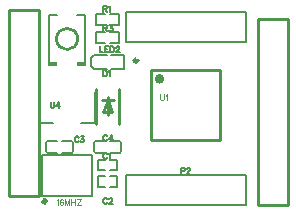
<source format=gto>
G04 Layer: TopSilkscreenLayer*
G04 EasyEDA v6.5.28, 2023-08-24 20:05:08*
G04 9c66aa1ce33b43c093e5003b3976a485,a91715704fb945b483ebfb4622a18937,10*
G04 Gerber Generator version 0.2*
G04 Scale: 100 percent, Rotated: No, Reflected: No *
G04 Dimensions in inches *
G04 leading zeros omitted , absolute positions ,3 integer and 6 decimal *
%FSLAX36Y36*%
%MOIN*%

%ADD10C,0.0040*%
%ADD11C,0.0060*%
%ADD12C,0.0039*%
%ADD13C,0.0080*%
%ADD14C,0.0100*%
%ADD15C,0.0059*%
%ADD16C,0.0079*%
%ADD17C,0.0118*%
%ADD18C,0.0157*%
%ADD19C,0.0168*%

%LPD*%
D10*
X655000Y2876500D02*
G01*
X656799Y2877500D01*
X659499Y2880200D01*
X659499Y2861100D01*
X676500Y2877500D02*
G01*
X675500Y2879299D01*
X672800Y2880200D01*
X670999Y2880200D01*
X668299Y2879299D01*
X666500Y2876500D01*
X665500Y2871999D01*
X665500Y2867500D01*
X666500Y2863800D01*
X668299Y2861999D01*
X670999Y2861100D01*
X671900Y2861100D01*
X674600Y2861999D01*
X676500Y2863800D01*
X677399Y2866500D01*
X677399Y2867500D01*
X676500Y2870200D01*
X674600Y2871999D01*
X671900Y2872899D01*
X670999Y2872899D01*
X668299Y2871999D01*
X666500Y2870200D01*
X665500Y2867500D01*
X683400Y2880200D02*
G01*
X683400Y2861100D01*
X683400Y2880200D02*
G01*
X690599Y2861100D01*
X697899Y2880200D02*
G01*
X690599Y2861100D01*
X697899Y2880200D02*
G01*
X697899Y2861100D01*
X703899Y2880200D02*
G01*
X703899Y2861100D01*
X716599Y2880200D02*
G01*
X716599Y2861100D01*
X703899Y2871100D02*
G01*
X716599Y2871100D01*
X735399Y2880200D02*
G01*
X722600Y2861100D01*
X722600Y2880200D02*
G01*
X735399Y2880200D01*
X722600Y2861100D02*
G01*
X735399Y2861100D01*
D11*
X823450Y3030399D02*
G01*
X822550Y3032199D01*
X820749Y3034000D01*
X818950Y3034899D01*
X815349Y3034899D01*
X813549Y3034000D01*
X811750Y3032199D01*
X810850Y3030399D01*
X810050Y3027700D01*
X810050Y3023200D01*
X810850Y3020500D01*
X811750Y3018800D01*
X813549Y3016999D01*
X815349Y3016100D01*
X818950Y3016100D01*
X820749Y3016999D01*
X822550Y3018800D01*
X823450Y3020500D01*
X829350Y3031300D02*
G01*
X831149Y3032199D01*
X833850Y3034899D01*
X833850Y3016100D01*
X823400Y2880399D02*
G01*
X822500Y2882199D01*
X820699Y2884000D01*
X818900Y2884899D01*
X815399Y2884899D01*
X813599Y2884000D01*
X811800Y2882199D01*
X810900Y2880399D01*
X810000Y2877700D01*
X810000Y2873200D01*
X810900Y2870500D01*
X811800Y2868800D01*
X813599Y2866999D01*
X815399Y2866100D01*
X818900Y2866100D01*
X820699Y2866999D01*
X822500Y2868800D01*
X823400Y2870500D01*
X830200Y2880399D02*
G01*
X830200Y2881300D01*
X831099Y2883099D01*
X831999Y2884000D01*
X833800Y2884899D01*
X837399Y2884899D01*
X839200Y2884000D01*
X840100Y2883099D01*
X841000Y2881300D01*
X841000Y2879499D01*
X840100Y2877700D01*
X838299Y2875000D01*
X829300Y2866100D01*
X841899Y2866100D01*
X728395Y3085399D02*
G01*
X727496Y3087199D01*
X725695Y3089000D01*
X723895Y3089899D01*
X720396Y3089899D01*
X718595Y3089000D01*
X716795Y3087199D01*
X715895Y3085399D01*
X714996Y3082700D01*
X714996Y3078200D01*
X715895Y3075500D01*
X716795Y3073800D01*
X718595Y3071999D01*
X720396Y3071100D01*
X723895Y3071100D01*
X725695Y3071999D01*
X727496Y3073800D01*
X728395Y3075500D01*
X736095Y3089899D02*
G01*
X745996Y3089899D01*
X740596Y3082700D01*
X743296Y3082700D01*
X745095Y3081799D01*
X745996Y3080900D01*
X746896Y3078200D01*
X746896Y3076399D01*
X745996Y3073800D01*
X744196Y3071999D01*
X741496Y3071100D01*
X738796Y3071100D01*
X736095Y3071999D01*
X735196Y3072899D01*
X734295Y3074699D01*
X823450Y3090399D02*
G01*
X822550Y3092199D01*
X820749Y3094000D01*
X818950Y3094899D01*
X815349Y3094899D01*
X813549Y3094000D01*
X811750Y3092199D01*
X810850Y3090399D01*
X810050Y3087700D01*
X810050Y3083200D01*
X810850Y3080500D01*
X811750Y3078800D01*
X813549Y3076999D01*
X815349Y3076100D01*
X818950Y3076100D01*
X820749Y3076999D01*
X822550Y3078800D01*
X823450Y3080500D01*
X838249Y3094899D02*
G01*
X829350Y3082300D01*
X842749Y3082300D01*
X838249Y3094899D02*
G01*
X838249Y3076100D01*
X810299Y3309899D02*
G01*
X810299Y3291100D01*
X810299Y3309899D02*
G01*
X816599Y3309899D01*
X819200Y3309000D01*
X821000Y3307199D01*
X821899Y3305399D01*
X822799Y3302700D01*
X822799Y3298200D01*
X821899Y3295500D01*
X821000Y3293800D01*
X819200Y3291999D01*
X816599Y3291100D01*
X810299Y3291100D01*
X828699Y3306300D02*
G01*
X830500Y3307199D01*
X833199Y3309899D01*
X833199Y3291100D01*
X800299Y3389899D02*
G01*
X800299Y3371100D01*
X800299Y3371100D02*
G01*
X811000Y3371100D01*
X816899Y3389899D02*
G01*
X816899Y3371100D01*
X816899Y3389899D02*
G01*
X828599Y3389899D01*
X816899Y3380900D02*
G01*
X824099Y3380900D01*
X816899Y3371100D02*
G01*
X828599Y3371100D01*
X834499Y3389899D02*
G01*
X834499Y3371100D01*
X834499Y3389899D02*
G01*
X840699Y3389899D01*
X843400Y3389000D01*
X845200Y3387199D01*
X846099Y3385399D01*
X846999Y3382700D01*
X846999Y3378200D01*
X846099Y3375500D01*
X845200Y3373800D01*
X843400Y3371999D01*
X840699Y3371100D01*
X834499Y3371100D01*
X853800Y3385399D02*
G01*
X853800Y3386300D01*
X854700Y3388099D01*
X855600Y3389000D01*
X857399Y3389899D01*
X861000Y3389899D01*
X862799Y3389000D01*
X863599Y3388099D01*
X864499Y3386300D01*
X864499Y3384499D01*
X863599Y3382700D01*
X861899Y3380000D01*
X852899Y3371100D01*
X865399Y3371100D01*
X810848Y3524899D02*
G01*
X810848Y3506100D01*
X810848Y3524899D02*
G01*
X818949Y3524899D01*
X821549Y3524000D01*
X822448Y3523099D01*
X823348Y3521300D01*
X823348Y3519499D01*
X822448Y3517700D01*
X821549Y3516799D01*
X818949Y3515900D01*
X810848Y3515900D01*
X817148Y3515900D02*
G01*
X823348Y3506100D01*
X829248Y3521300D02*
G01*
X831049Y3522199D01*
X833748Y3524899D01*
X833748Y3506100D01*
X810898Y3459899D02*
G01*
X810898Y3441100D01*
X810898Y3459899D02*
G01*
X818899Y3459899D01*
X821598Y3459000D01*
X822498Y3458099D01*
X823398Y3456300D01*
X823398Y3454499D01*
X822498Y3452700D01*
X821598Y3451799D01*
X818899Y3450900D01*
X810898Y3450900D01*
X817098Y3450900D02*
G01*
X823398Y3441100D01*
X831099Y3459899D02*
G01*
X840898Y3459899D01*
X835498Y3452700D01*
X838199Y3452700D01*
X839998Y3451799D01*
X840898Y3450900D01*
X841799Y3448200D01*
X841799Y3446399D01*
X840898Y3443800D01*
X839098Y3441999D01*
X836399Y3441100D01*
X833798Y3441100D01*
X831099Y3441999D01*
X830199Y3442899D01*
X829299Y3444699D01*
X1070000Y2984899D02*
G01*
X1070000Y2966100D01*
X1070000Y2984899D02*
G01*
X1078100Y2984899D01*
X1080699Y2984000D01*
X1081599Y2983099D01*
X1082500Y2981300D01*
X1082500Y2978600D01*
X1081599Y2976799D01*
X1080699Y2975900D01*
X1078100Y2975000D01*
X1070000Y2975000D01*
X1089300Y2980399D02*
G01*
X1089300Y2981300D01*
X1090200Y2983099D01*
X1091099Y2984000D01*
X1092899Y2984899D01*
X1096499Y2984899D01*
X1098299Y2984000D01*
X1099200Y2983099D01*
X1100100Y2981300D01*
X1100100Y2979499D01*
X1099200Y2977700D01*
X1097399Y2975000D01*
X1088400Y2966100D01*
X1101000Y2966100D01*
D12*
X1000000Y3229899D02*
G01*
X1000000Y3216399D01*
X1000900Y3213800D01*
X1002700Y3211999D01*
X1005399Y3211100D01*
X1007200Y3211100D01*
X1009799Y3211999D01*
X1011599Y3213800D01*
X1012500Y3216399D01*
X1012500Y3229899D01*
X1018400Y3226300D02*
G01*
X1020200Y3227199D01*
X1022899Y3229899D01*
X1022899Y3211100D01*
D11*
X635000Y3204899D02*
G01*
X635000Y3191399D01*
X635900Y3188800D01*
X637699Y3186999D01*
X640399Y3186100D01*
X642199Y3186100D01*
X644800Y3186999D01*
X646599Y3188800D01*
X647500Y3191399D01*
X647500Y3204899D01*
X662399Y3204899D02*
G01*
X653400Y3192300D01*
X666900Y3192300D01*
X662399Y3204899D02*
G01*
X662399Y3186100D01*
G36*
X626320Y3338220D02*
G01*
X626320Y3326220D01*
X657220Y3326220D01*
X657220Y3338220D01*
G37*
G36*
X722760Y3338220D02*
G01*
X722760Y3326220D01*
X753680Y3326220D01*
X753680Y3338220D01*
G37*
D13*
X607319Y2893074D02*
G01*
X772673Y2893074D01*
X772673Y3026932D01*
X607319Y3026932D01*
X607319Y2893074D01*
D11*
X817699Y3011999D02*
G01*
X792699Y3011999D01*
X792699Y2978000D01*
X813698Y2978000D01*
X817699Y2978000D01*
X832699Y2978000D02*
G01*
X856698Y2978000D01*
X856698Y3011999D01*
X835699Y3011999D01*
X832699Y3011999D01*
X817700Y2956999D02*
G01*
X792700Y2956999D01*
X792700Y2923000D01*
X813699Y2923000D01*
X817700Y2923000D01*
X832700Y2923000D02*
G01*
X856700Y2923000D01*
X856700Y2956999D01*
X835699Y2956999D01*
X832700Y2956999D01*
X705012Y3074630D02*
G01*
X673906Y3074630D01*
X673906Y3035369D02*
G01*
X705012Y3035369D01*
X711012Y3041370D02*
G01*
X711012Y3068629D01*
X624987Y3074630D02*
G01*
X656093Y3074630D01*
X656093Y3035369D02*
G01*
X624987Y3035369D01*
X618987Y3041370D02*
G01*
X618987Y3068629D01*
X785288Y3035369D02*
G01*
X816394Y3035369D01*
X816394Y3074630D02*
G01*
X785288Y3074630D01*
X779287Y3068629D02*
G01*
X779287Y3041370D01*
X865312Y3035369D02*
G01*
X834206Y3035369D01*
X834206Y3074630D02*
G01*
X865312Y3074630D01*
X871311Y3068629D02*
G01*
X871311Y3041370D01*
D14*
X825299Y3210000D02*
G01*
X841300Y3170000D01*
X841300Y3170000D02*
G01*
X809300Y3170000D01*
X809300Y3170000D02*
G01*
X825299Y3210000D01*
X864669Y3249054D02*
G01*
X864669Y3130945D01*
X785929Y3249054D02*
G01*
X785929Y3130945D01*
X845299Y3210000D02*
G01*
X805299Y3210000D01*
X825299Y3220000D02*
G01*
X825299Y3160000D01*
D15*
X837799Y3315949D02*
G01*
X879799Y3315949D01*
X879799Y3362950D01*
X837799Y3362950D01*
D11*
X781800Y3315949D02*
G01*
X780299Y3316450D01*
X770799Y3325949D01*
X770799Y3352950D01*
X780799Y3362950D01*
X781800Y3315949D02*
G01*
X821800Y3315949D01*
X780799Y3362950D02*
G01*
X821800Y3362950D01*
X834206Y3499630D02*
G01*
X862475Y3499630D01*
X862475Y3460369D01*
X834206Y3460369D01*
X816394Y3499630D02*
G01*
X788125Y3499630D01*
X788125Y3460369D01*
X816394Y3460369D01*
X834206Y3439630D02*
G01*
X862475Y3439630D01*
X862475Y3400369D01*
X834206Y3400369D01*
X816394Y3439630D02*
G01*
X788125Y3439630D01*
X788125Y3400369D01*
X816394Y3400369D01*
X629317Y3335228D02*
G01*
X629317Y3494771D01*
X629317Y3494771D02*
G01*
X655223Y3494771D01*
X750671Y3335228D02*
G01*
X750671Y3494771D01*
X750671Y3494771D02*
G01*
X724767Y3494771D01*
X598413Y3239095D02*
G01*
X598413Y3134670D01*
X643641Y3134670D01*
X781576Y3239095D02*
G01*
X781576Y3134670D01*
X736347Y3134670D01*
D14*
X1425000Y3480000D02*
G01*
X1425000Y2860313D01*
X1325000Y2860156D02*
G01*
X1325000Y3479843D01*
X1425000Y3480000D02*
G01*
X1325000Y3479843D01*
X1425000Y2860000D02*
G01*
X1325000Y2860156D01*
D16*
X1284899Y3505000D02*
G01*
X1284899Y3405000D01*
X884899Y3405000D01*
X884899Y3505000D01*
X1284899Y3505000D01*
X1285000Y2960000D02*
G01*
X1285000Y2860000D01*
X885000Y2860000D01*
X885000Y2960000D01*
X1285000Y2960000D01*
D14*
X1201139Y3311640D02*
G01*
X968860Y3311640D01*
X968860Y3079360D01*
X1201139Y3079360D01*
X1201139Y3311640D01*
X595000Y3510000D02*
G01*
X595000Y2890313D01*
X495000Y2890156D02*
G01*
X495000Y3509843D01*
X595000Y3510000D02*
G01*
X495000Y3509843D01*
X595000Y2890000D02*
G01*
X495000Y2890156D01*
D17*
G75*
G01*
X615196Y2879303D02*
G03*
X615296Y2879303I50J-5906D01*
D11*
G75*
G01*
X705012Y3035370D02*
G03*
X711012Y3041370I0J6000D01*
G75*
G01*
X711012Y3068630D02*
G03*
X705012Y3074630I-6000J0D01*
G75*
G01*
X624988Y3035370D02*
G02*
X618988Y3041370I0J6000D01*
G75*
G01*
X618988Y3068630D02*
G02*
X624988Y3074630I6000J0D01*
G75*
G01*
X785288Y3074630D02*
G03*
X779288Y3068630I0J-6000D01*
G75*
G01*
X779288Y3041370D02*
G03*
X785288Y3035370I6000J0D01*
G75*
G01*
X865312Y3074630D02*
G02*
X871312Y3068630I0J-6000D01*
G75*
G01*
X871312Y3041370D02*
G02*
X865312Y3035370I-6000J0D01*
D17*
G75*
G01*
X925000Y3343000D02*
G03*
X925000Y3342900I-5906J-50D01*
D18*
G75*
G01*
X1006300Y3282100D02*
G03*
X1006300Y3282000I-7874J-50D01*
D14*
G75*
G01
X725430Y3415000D02*
G03X725430Y3415000I-35430J0D01*
M02*

</source>
